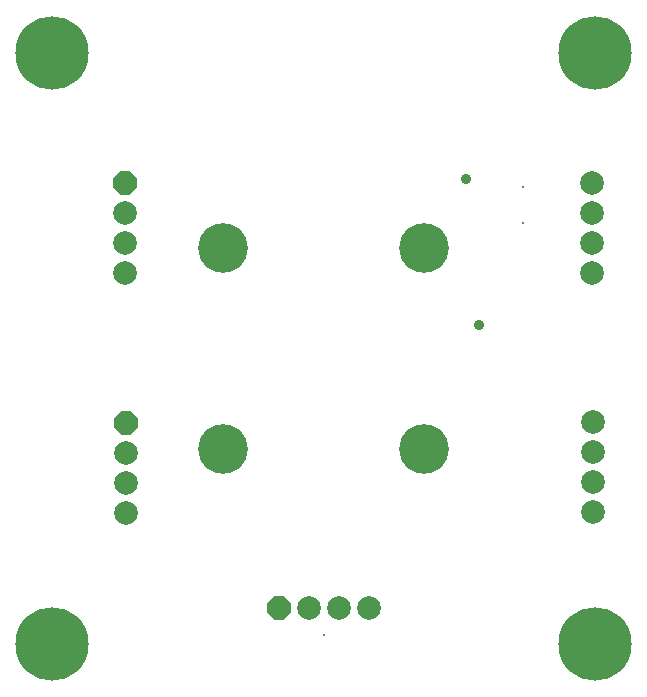
<source format=gbs>
G04 Layer_Color=16711935*
%FSLAX44Y44*%
%MOMM*%
G71*
G01*
G75*
%ADD28P,2.1683X8X292.5*%
%ADD29C,2.0032*%
G04:AMPARAMS|DCode=30|XSize=0.2032mm|YSize=0.2032mm|CornerRadius=0mm|HoleSize=0mm|Usage=FLASHONLY|Rotation=0.000|XOffset=0mm|YOffset=0mm|HoleType=Round|Shape=RoundedRectangle|*
%AMROUNDEDRECTD30*
21,1,0.2032,0.2032,0,0,0.0*
21,1,0.2032,0.2032,0,0,0.0*
1,1,0.0000,0.1016,-0.1016*
1,1,0.0000,-0.1016,-0.1016*
1,1,0.0000,-0.1016,0.1016*
1,1,0.0000,0.1016,0.1016*
%
%ADD30ROUNDEDRECTD30*%
%ADD31P,2.1683X8X22.5*%
%ADD32C,0.2032*%
%ADD33C,4.2032*%
%ADD34C,6.2032*%
%ADD35C,0.9032*%
D28*
X107500Y237150D02*
D03*
X107000Y439850D02*
D03*
D29*
X107500Y211750D02*
D03*
Y186350D02*
D03*
Y160950D02*
D03*
X503000Y212000D02*
D03*
Y186600D02*
D03*
Y161200D02*
D03*
Y237400D02*
D03*
X107000Y414450D02*
D03*
Y389050D02*
D03*
Y363650D02*
D03*
X262300Y80000D02*
D03*
X287700D02*
D03*
X313100D02*
D03*
X502250Y414650D02*
D03*
Y389250D02*
D03*
Y363850D02*
D03*
Y440050D02*
D03*
D30*
X275000Y57200D02*
D03*
D31*
X236900Y80000D02*
D03*
D32*
X443750Y406500D02*
D03*
Y436500D02*
D03*
D33*
X360000Y215000D02*
D03*
X190000D02*
D03*
Y385000D02*
D03*
X360000D02*
D03*
D34*
X505000Y50000D02*
D03*
X45000D02*
D03*
Y550000D02*
D03*
X505000D02*
D03*
D35*
X395250Y443500D02*
D03*
X406750Y320250D02*
D03*
M02*

</source>
